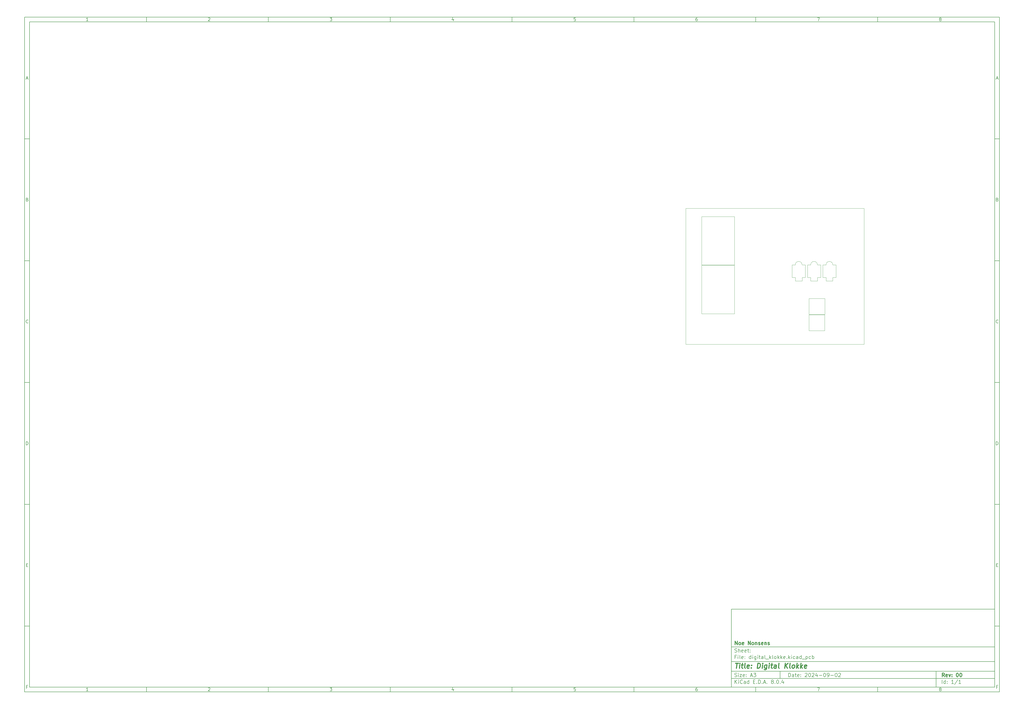
<source format=gbr>
%TF.GenerationSoftware,KiCad,Pcbnew,8.0.4*%
%TF.CreationDate,2024-09-02T20:22:52+02:00*%
%TF.ProjectId,digital_klokke,64696769-7461-46c5-9f6b-6c6f6b6b652e,00*%
%TF.SameCoordinates,PX10c44c20PY899d7e0*%
%TF.FileFunction,Other,User*%
%FSLAX46Y46*%
G04 Gerber Fmt 4.6, Leading zero omitted, Abs format (unit mm)*
G04 Created by KiCad (PCBNEW 8.0.4) date 2024-09-02 20:22:52*
%MOMM*%
%LPD*%
G01*
G04 APERTURE LIST*
%ADD10C,0.100000*%
%ADD11C,0.150000*%
%ADD12C,0.300000*%
%ADD13C,0.400000*%
%ADD14C,0.050000*%
%ADD15C,0.120000*%
%TA.AperFunction,Profile*%
%ADD16C,0.050000*%
%TD*%
G04 APERTURE END LIST*
D10*
D11*
X18689000Y-108702200D02*
X126689000Y-108702200D01*
X126689000Y-140702200D01*
X18689000Y-140702200D01*
X18689000Y-108702200D01*
D10*
D11*
X-271300000Y134300000D02*
X128689000Y134300000D01*
X128689000Y-142702200D01*
X-271300000Y-142702200D01*
X-271300000Y134300000D01*
D10*
D11*
X-269300000Y132300000D02*
X126689000Y132300000D01*
X126689000Y-140702200D01*
X-269300000Y-140702200D01*
X-269300000Y132300000D01*
D10*
D11*
X-221300000Y132300000D02*
X-221300000Y134300000D01*
D10*
D11*
X-171300000Y132300000D02*
X-171300000Y134300000D01*
D10*
D11*
X-121300000Y132300000D02*
X-121300000Y134300000D01*
D10*
D11*
X-71300000Y132300000D02*
X-71300000Y134300000D01*
D10*
D11*
X-21300000Y132300000D02*
X-21300000Y134300000D01*
D10*
D11*
X28700000Y132300000D02*
X28700000Y134300000D01*
D10*
D11*
X78700000Y132300000D02*
X78700000Y134300000D01*
D10*
D11*
X-245210840Y132706396D02*
X-245953697Y132706396D01*
X-245582269Y132706396D02*
X-245582269Y134006396D01*
X-245582269Y134006396D02*
X-245706078Y133820681D01*
X-245706078Y133820681D02*
X-245829888Y133696872D01*
X-245829888Y133696872D02*
X-245953697Y133634967D01*
D10*
D11*
X-195953697Y133882586D02*
X-195891793Y133944491D01*
X-195891793Y133944491D02*
X-195767983Y134006396D01*
X-195767983Y134006396D02*
X-195458459Y134006396D01*
X-195458459Y134006396D02*
X-195334650Y133944491D01*
X-195334650Y133944491D02*
X-195272745Y133882586D01*
X-195272745Y133882586D02*
X-195210840Y133758777D01*
X-195210840Y133758777D02*
X-195210840Y133634967D01*
X-195210840Y133634967D02*
X-195272745Y133449253D01*
X-195272745Y133449253D02*
X-196015602Y132706396D01*
X-196015602Y132706396D02*
X-195210840Y132706396D01*
D10*
D11*
X-146015602Y134006396D02*
X-145210840Y134006396D01*
X-145210840Y134006396D02*
X-145644174Y133511158D01*
X-145644174Y133511158D02*
X-145458459Y133511158D01*
X-145458459Y133511158D02*
X-145334650Y133449253D01*
X-145334650Y133449253D02*
X-145272745Y133387348D01*
X-145272745Y133387348D02*
X-145210840Y133263539D01*
X-145210840Y133263539D02*
X-145210840Y132954015D01*
X-145210840Y132954015D02*
X-145272745Y132830205D01*
X-145272745Y132830205D02*
X-145334650Y132768300D01*
X-145334650Y132768300D02*
X-145458459Y132706396D01*
X-145458459Y132706396D02*
X-145829888Y132706396D01*
X-145829888Y132706396D02*
X-145953697Y132768300D01*
X-145953697Y132768300D02*
X-146015602Y132830205D01*
D10*
D11*
X-95334650Y133573062D02*
X-95334650Y132706396D01*
X-95644174Y134068300D02*
X-95953697Y133139729D01*
X-95953697Y133139729D02*
X-95148936Y133139729D01*
D10*
D11*
X-45272745Y134006396D02*
X-45891793Y134006396D01*
X-45891793Y134006396D02*
X-45953697Y133387348D01*
X-45953697Y133387348D02*
X-45891793Y133449253D01*
X-45891793Y133449253D02*
X-45767983Y133511158D01*
X-45767983Y133511158D02*
X-45458459Y133511158D01*
X-45458459Y133511158D02*
X-45334650Y133449253D01*
X-45334650Y133449253D02*
X-45272745Y133387348D01*
X-45272745Y133387348D02*
X-45210840Y133263539D01*
X-45210840Y133263539D02*
X-45210840Y132954015D01*
X-45210840Y132954015D02*
X-45272745Y132830205D01*
X-45272745Y132830205D02*
X-45334650Y132768300D01*
X-45334650Y132768300D02*
X-45458459Y132706396D01*
X-45458459Y132706396D02*
X-45767983Y132706396D01*
X-45767983Y132706396D02*
X-45891793Y132768300D01*
X-45891793Y132768300D02*
X-45953697Y132830205D01*
D10*
D11*
X4665350Y134006396D02*
X4417731Y134006396D01*
X4417731Y134006396D02*
X4293922Y133944491D01*
X4293922Y133944491D02*
X4232017Y133882586D01*
X4232017Y133882586D02*
X4108207Y133696872D01*
X4108207Y133696872D02*
X4046303Y133449253D01*
X4046303Y133449253D02*
X4046303Y132954015D01*
X4046303Y132954015D02*
X4108207Y132830205D01*
X4108207Y132830205D02*
X4170112Y132768300D01*
X4170112Y132768300D02*
X4293922Y132706396D01*
X4293922Y132706396D02*
X4541541Y132706396D01*
X4541541Y132706396D02*
X4665350Y132768300D01*
X4665350Y132768300D02*
X4727255Y132830205D01*
X4727255Y132830205D02*
X4789160Y132954015D01*
X4789160Y132954015D02*
X4789160Y133263539D01*
X4789160Y133263539D02*
X4727255Y133387348D01*
X4727255Y133387348D02*
X4665350Y133449253D01*
X4665350Y133449253D02*
X4541541Y133511158D01*
X4541541Y133511158D02*
X4293922Y133511158D01*
X4293922Y133511158D02*
X4170112Y133449253D01*
X4170112Y133449253D02*
X4108207Y133387348D01*
X4108207Y133387348D02*
X4046303Y133263539D01*
D10*
D11*
X53984398Y134006396D02*
X54851064Y134006396D01*
X54851064Y134006396D02*
X54293922Y132706396D01*
D10*
D11*
X104293922Y133449253D02*
X104170112Y133511158D01*
X104170112Y133511158D02*
X104108207Y133573062D01*
X104108207Y133573062D02*
X104046303Y133696872D01*
X104046303Y133696872D02*
X104046303Y133758777D01*
X104046303Y133758777D02*
X104108207Y133882586D01*
X104108207Y133882586D02*
X104170112Y133944491D01*
X104170112Y133944491D02*
X104293922Y134006396D01*
X104293922Y134006396D02*
X104541541Y134006396D01*
X104541541Y134006396D02*
X104665350Y133944491D01*
X104665350Y133944491D02*
X104727255Y133882586D01*
X104727255Y133882586D02*
X104789160Y133758777D01*
X104789160Y133758777D02*
X104789160Y133696872D01*
X104789160Y133696872D02*
X104727255Y133573062D01*
X104727255Y133573062D02*
X104665350Y133511158D01*
X104665350Y133511158D02*
X104541541Y133449253D01*
X104541541Y133449253D02*
X104293922Y133449253D01*
X104293922Y133449253D02*
X104170112Y133387348D01*
X104170112Y133387348D02*
X104108207Y133325443D01*
X104108207Y133325443D02*
X104046303Y133201634D01*
X104046303Y133201634D02*
X104046303Y132954015D01*
X104046303Y132954015D02*
X104108207Y132830205D01*
X104108207Y132830205D02*
X104170112Y132768300D01*
X104170112Y132768300D02*
X104293922Y132706396D01*
X104293922Y132706396D02*
X104541541Y132706396D01*
X104541541Y132706396D02*
X104665350Y132768300D01*
X104665350Y132768300D02*
X104727255Y132830205D01*
X104727255Y132830205D02*
X104789160Y132954015D01*
X104789160Y132954015D02*
X104789160Y133201634D01*
X104789160Y133201634D02*
X104727255Y133325443D01*
X104727255Y133325443D02*
X104665350Y133387348D01*
X104665350Y133387348D02*
X104541541Y133449253D01*
D10*
D11*
X-221300000Y-140702200D02*
X-221300000Y-142702200D01*
D10*
D11*
X-171300000Y-140702200D02*
X-171300000Y-142702200D01*
D10*
D11*
X-121300000Y-140702200D02*
X-121300000Y-142702200D01*
D10*
D11*
X-71300000Y-140702200D02*
X-71300000Y-142702200D01*
D10*
D11*
X-21300000Y-140702200D02*
X-21300000Y-142702200D01*
D10*
D11*
X28700000Y-140702200D02*
X28700000Y-142702200D01*
D10*
D11*
X78700000Y-140702200D02*
X78700000Y-142702200D01*
D10*
D11*
X-245210840Y-142295804D02*
X-245953697Y-142295804D01*
X-245582269Y-142295804D02*
X-245582269Y-140995804D01*
X-245582269Y-140995804D02*
X-245706078Y-141181519D01*
X-245706078Y-141181519D02*
X-245829888Y-141305328D01*
X-245829888Y-141305328D02*
X-245953697Y-141367233D01*
D10*
D11*
X-195953697Y-141119614D02*
X-195891793Y-141057709D01*
X-195891793Y-141057709D02*
X-195767983Y-140995804D01*
X-195767983Y-140995804D02*
X-195458459Y-140995804D01*
X-195458459Y-140995804D02*
X-195334650Y-141057709D01*
X-195334650Y-141057709D02*
X-195272745Y-141119614D01*
X-195272745Y-141119614D02*
X-195210840Y-141243423D01*
X-195210840Y-141243423D02*
X-195210840Y-141367233D01*
X-195210840Y-141367233D02*
X-195272745Y-141552947D01*
X-195272745Y-141552947D02*
X-196015602Y-142295804D01*
X-196015602Y-142295804D02*
X-195210840Y-142295804D01*
D10*
D11*
X-146015602Y-140995804D02*
X-145210840Y-140995804D01*
X-145210840Y-140995804D02*
X-145644174Y-141491042D01*
X-145644174Y-141491042D02*
X-145458459Y-141491042D01*
X-145458459Y-141491042D02*
X-145334650Y-141552947D01*
X-145334650Y-141552947D02*
X-145272745Y-141614852D01*
X-145272745Y-141614852D02*
X-145210840Y-141738661D01*
X-145210840Y-141738661D02*
X-145210840Y-142048185D01*
X-145210840Y-142048185D02*
X-145272745Y-142171995D01*
X-145272745Y-142171995D02*
X-145334650Y-142233900D01*
X-145334650Y-142233900D02*
X-145458459Y-142295804D01*
X-145458459Y-142295804D02*
X-145829888Y-142295804D01*
X-145829888Y-142295804D02*
X-145953697Y-142233900D01*
X-145953697Y-142233900D02*
X-146015602Y-142171995D01*
D10*
D11*
X-95334650Y-141429138D02*
X-95334650Y-142295804D01*
X-95644174Y-140933900D02*
X-95953697Y-141862471D01*
X-95953697Y-141862471D02*
X-95148936Y-141862471D01*
D10*
D11*
X-45272745Y-140995804D02*
X-45891793Y-140995804D01*
X-45891793Y-140995804D02*
X-45953697Y-141614852D01*
X-45953697Y-141614852D02*
X-45891793Y-141552947D01*
X-45891793Y-141552947D02*
X-45767983Y-141491042D01*
X-45767983Y-141491042D02*
X-45458459Y-141491042D01*
X-45458459Y-141491042D02*
X-45334650Y-141552947D01*
X-45334650Y-141552947D02*
X-45272745Y-141614852D01*
X-45272745Y-141614852D02*
X-45210840Y-141738661D01*
X-45210840Y-141738661D02*
X-45210840Y-142048185D01*
X-45210840Y-142048185D02*
X-45272745Y-142171995D01*
X-45272745Y-142171995D02*
X-45334650Y-142233900D01*
X-45334650Y-142233900D02*
X-45458459Y-142295804D01*
X-45458459Y-142295804D02*
X-45767983Y-142295804D01*
X-45767983Y-142295804D02*
X-45891793Y-142233900D01*
X-45891793Y-142233900D02*
X-45953697Y-142171995D01*
D10*
D11*
X4665350Y-140995804D02*
X4417731Y-140995804D01*
X4417731Y-140995804D02*
X4293922Y-141057709D01*
X4293922Y-141057709D02*
X4232017Y-141119614D01*
X4232017Y-141119614D02*
X4108207Y-141305328D01*
X4108207Y-141305328D02*
X4046303Y-141552947D01*
X4046303Y-141552947D02*
X4046303Y-142048185D01*
X4046303Y-142048185D02*
X4108207Y-142171995D01*
X4108207Y-142171995D02*
X4170112Y-142233900D01*
X4170112Y-142233900D02*
X4293922Y-142295804D01*
X4293922Y-142295804D02*
X4541541Y-142295804D01*
X4541541Y-142295804D02*
X4665350Y-142233900D01*
X4665350Y-142233900D02*
X4727255Y-142171995D01*
X4727255Y-142171995D02*
X4789160Y-142048185D01*
X4789160Y-142048185D02*
X4789160Y-141738661D01*
X4789160Y-141738661D02*
X4727255Y-141614852D01*
X4727255Y-141614852D02*
X4665350Y-141552947D01*
X4665350Y-141552947D02*
X4541541Y-141491042D01*
X4541541Y-141491042D02*
X4293922Y-141491042D01*
X4293922Y-141491042D02*
X4170112Y-141552947D01*
X4170112Y-141552947D02*
X4108207Y-141614852D01*
X4108207Y-141614852D02*
X4046303Y-141738661D01*
D10*
D11*
X53984398Y-140995804D02*
X54851064Y-140995804D01*
X54851064Y-140995804D02*
X54293922Y-142295804D01*
D10*
D11*
X104293922Y-141552947D02*
X104170112Y-141491042D01*
X104170112Y-141491042D02*
X104108207Y-141429138D01*
X104108207Y-141429138D02*
X104046303Y-141305328D01*
X104046303Y-141305328D02*
X104046303Y-141243423D01*
X104046303Y-141243423D02*
X104108207Y-141119614D01*
X104108207Y-141119614D02*
X104170112Y-141057709D01*
X104170112Y-141057709D02*
X104293922Y-140995804D01*
X104293922Y-140995804D02*
X104541541Y-140995804D01*
X104541541Y-140995804D02*
X104665350Y-141057709D01*
X104665350Y-141057709D02*
X104727255Y-141119614D01*
X104727255Y-141119614D02*
X104789160Y-141243423D01*
X104789160Y-141243423D02*
X104789160Y-141305328D01*
X104789160Y-141305328D02*
X104727255Y-141429138D01*
X104727255Y-141429138D02*
X104665350Y-141491042D01*
X104665350Y-141491042D02*
X104541541Y-141552947D01*
X104541541Y-141552947D02*
X104293922Y-141552947D01*
X104293922Y-141552947D02*
X104170112Y-141614852D01*
X104170112Y-141614852D02*
X104108207Y-141676757D01*
X104108207Y-141676757D02*
X104046303Y-141800566D01*
X104046303Y-141800566D02*
X104046303Y-142048185D01*
X104046303Y-142048185D02*
X104108207Y-142171995D01*
X104108207Y-142171995D02*
X104170112Y-142233900D01*
X104170112Y-142233900D02*
X104293922Y-142295804D01*
X104293922Y-142295804D02*
X104541541Y-142295804D01*
X104541541Y-142295804D02*
X104665350Y-142233900D01*
X104665350Y-142233900D02*
X104727255Y-142171995D01*
X104727255Y-142171995D02*
X104789160Y-142048185D01*
X104789160Y-142048185D02*
X104789160Y-141800566D01*
X104789160Y-141800566D02*
X104727255Y-141676757D01*
X104727255Y-141676757D02*
X104665350Y-141614852D01*
X104665350Y-141614852D02*
X104541541Y-141552947D01*
D10*
D11*
X-271300000Y84300000D02*
X-269300000Y84300000D01*
D10*
D11*
X-271300000Y34300000D02*
X-269300000Y34300000D01*
D10*
D11*
X-271300000Y-15700000D02*
X-269300000Y-15700000D01*
D10*
D11*
X-271300000Y-65700000D02*
X-269300000Y-65700000D01*
D10*
D11*
X-271300000Y-115700000D02*
X-269300000Y-115700000D01*
D10*
D11*
X-270609524Y109077824D02*
X-269990477Y109077824D01*
X-270733334Y108706396D02*
X-270300001Y110006396D01*
X-270300001Y110006396D02*
X-269866667Y108706396D01*
D10*
D11*
X-270207143Y59387348D02*
X-270021429Y59325443D01*
X-270021429Y59325443D02*
X-269959524Y59263539D01*
X-269959524Y59263539D02*
X-269897620Y59139729D01*
X-269897620Y59139729D02*
X-269897620Y58954015D01*
X-269897620Y58954015D02*
X-269959524Y58830205D01*
X-269959524Y58830205D02*
X-270021429Y58768300D01*
X-270021429Y58768300D02*
X-270145239Y58706396D01*
X-270145239Y58706396D02*
X-270640477Y58706396D01*
X-270640477Y58706396D02*
X-270640477Y60006396D01*
X-270640477Y60006396D02*
X-270207143Y60006396D01*
X-270207143Y60006396D02*
X-270083334Y59944491D01*
X-270083334Y59944491D02*
X-270021429Y59882586D01*
X-270021429Y59882586D02*
X-269959524Y59758777D01*
X-269959524Y59758777D02*
X-269959524Y59634967D01*
X-269959524Y59634967D02*
X-270021429Y59511158D01*
X-270021429Y59511158D02*
X-270083334Y59449253D01*
X-270083334Y59449253D02*
X-270207143Y59387348D01*
X-270207143Y59387348D02*
X-270640477Y59387348D01*
D10*
D11*
X-269897620Y8830205D02*
X-269959524Y8768300D01*
X-269959524Y8768300D02*
X-270145239Y8706396D01*
X-270145239Y8706396D02*
X-270269048Y8706396D01*
X-270269048Y8706396D02*
X-270454762Y8768300D01*
X-270454762Y8768300D02*
X-270578572Y8892110D01*
X-270578572Y8892110D02*
X-270640477Y9015920D01*
X-270640477Y9015920D02*
X-270702381Y9263539D01*
X-270702381Y9263539D02*
X-270702381Y9449253D01*
X-270702381Y9449253D02*
X-270640477Y9696872D01*
X-270640477Y9696872D02*
X-270578572Y9820681D01*
X-270578572Y9820681D02*
X-270454762Y9944491D01*
X-270454762Y9944491D02*
X-270269048Y10006396D01*
X-270269048Y10006396D02*
X-270145239Y10006396D01*
X-270145239Y10006396D02*
X-269959524Y9944491D01*
X-269959524Y9944491D02*
X-269897620Y9882586D01*
D10*
D11*
X-270640477Y-41293604D02*
X-270640477Y-39993604D01*
X-270640477Y-39993604D02*
X-270330953Y-39993604D01*
X-270330953Y-39993604D02*
X-270145239Y-40055509D01*
X-270145239Y-40055509D02*
X-270021429Y-40179319D01*
X-270021429Y-40179319D02*
X-269959524Y-40303128D01*
X-269959524Y-40303128D02*
X-269897620Y-40550747D01*
X-269897620Y-40550747D02*
X-269897620Y-40736461D01*
X-269897620Y-40736461D02*
X-269959524Y-40984080D01*
X-269959524Y-40984080D02*
X-270021429Y-41107890D01*
X-270021429Y-41107890D02*
X-270145239Y-41231700D01*
X-270145239Y-41231700D02*
X-270330953Y-41293604D01*
X-270330953Y-41293604D02*
X-270640477Y-41293604D01*
D10*
D11*
X-270578572Y-90612652D02*
X-270145238Y-90612652D01*
X-269959524Y-91293604D02*
X-270578572Y-91293604D01*
X-270578572Y-91293604D02*
X-270578572Y-89993604D01*
X-270578572Y-89993604D02*
X-269959524Y-89993604D01*
D10*
D11*
X-270114286Y-140612652D02*
X-270547620Y-140612652D01*
X-270547620Y-141293604D02*
X-270547620Y-139993604D01*
X-270547620Y-139993604D02*
X-269928572Y-139993604D01*
D10*
D11*
X128689000Y84300000D02*
X126689000Y84300000D01*
D10*
D11*
X128689000Y34300000D02*
X126689000Y34300000D01*
D10*
D11*
X128689000Y-15700000D02*
X126689000Y-15700000D01*
D10*
D11*
X128689000Y-65700000D02*
X126689000Y-65700000D01*
D10*
D11*
X128689000Y-115700000D02*
X126689000Y-115700000D01*
D10*
D11*
X127379476Y109077824D02*
X127998523Y109077824D01*
X127255666Y108706396D02*
X127688999Y110006396D01*
X127688999Y110006396D02*
X128122333Y108706396D01*
D10*
D11*
X127781857Y59387348D02*
X127967571Y59325443D01*
X127967571Y59325443D02*
X128029476Y59263539D01*
X128029476Y59263539D02*
X128091380Y59139729D01*
X128091380Y59139729D02*
X128091380Y58954015D01*
X128091380Y58954015D02*
X128029476Y58830205D01*
X128029476Y58830205D02*
X127967571Y58768300D01*
X127967571Y58768300D02*
X127843761Y58706396D01*
X127843761Y58706396D02*
X127348523Y58706396D01*
X127348523Y58706396D02*
X127348523Y60006396D01*
X127348523Y60006396D02*
X127781857Y60006396D01*
X127781857Y60006396D02*
X127905666Y59944491D01*
X127905666Y59944491D02*
X127967571Y59882586D01*
X127967571Y59882586D02*
X128029476Y59758777D01*
X128029476Y59758777D02*
X128029476Y59634967D01*
X128029476Y59634967D02*
X127967571Y59511158D01*
X127967571Y59511158D02*
X127905666Y59449253D01*
X127905666Y59449253D02*
X127781857Y59387348D01*
X127781857Y59387348D02*
X127348523Y59387348D01*
D10*
D11*
X128091380Y8830205D02*
X128029476Y8768300D01*
X128029476Y8768300D02*
X127843761Y8706396D01*
X127843761Y8706396D02*
X127719952Y8706396D01*
X127719952Y8706396D02*
X127534238Y8768300D01*
X127534238Y8768300D02*
X127410428Y8892110D01*
X127410428Y8892110D02*
X127348523Y9015920D01*
X127348523Y9015920D02*
X127286619Y9263539D01*
X127286619Y9263539D02*
X127286619Y9449253D01*
X127286619Y9449253D02*
X127348523Y9696872D01*
X127348523Y9696872D02*
X127410428Y9820681D01*
X127410428Y9820681D02*
X127534238Y9944491D01*
X127534238Y9944491D02*
X127719952Y10006396D01*
X127719952Y10006396D02*
X127843761Y10006396D01*
X127843761Y10006396D02*
X128029476Y9944491D01*
X128029476Y9944491D02*
X128091380Y9882586D01*
D10*
D11*
X127348523Y-41293604D02*
X127348523Y-39993604D01*
X127348523Y-39993604D02*
X127658047Y-39993604D01*
X127658047Y-39993604D02*
X127843761Y-40055509D01*
X127843761Y-40055509D02*
X127967571Y-40179319D01*
X127967571Y-40179319D02*
X128029476Y-40303128D01*
X128029476Y-40303128D02*
X128091380Y-40550747D01*
X128091380Y-40550747D02*
X128091380Y-40736461D01*
X128091380Y-40736461D02*
X128029476Y-40984080D01*
X128029476Y-40984080D02*
X127967571Y-41107890D01*
X127967571Y-41107890D02*
X127843761Y-41231700D01*
X127843761Y-41231700D02*
X127658047Y-41293604D01*
X127658047Y-41293604D02*
X127348523Y-41293604D01*
D10*
D11*
X127410428Y-90612652D02*
X127843762Y-90612652D01*
X128029476Y-91293604D02*
X127410428Y-91293604D01*
X127410428Y-91293604D02*
X127410428Y-89993604D01*
X127410428Y-89993604D02*
X128029476Y-89993604D01*
D10*
D11*
X127874714Y-140612652D02*
X127441380Y-140612652D01*
X127441380Y-141293604D02*
X127441380Y-139993604D01*
X127441380Y-139993604D02*
X128060428Y-139993604D01*
D10*
D11*
X42144826Y-136488328D02*
X42144826Y-134988328D01*
X42144826Y-134988328D02*
X42501969Y-134988328D01*
X42501969Y-134988328D02*
X42716255Y-135059757D01*
X42716255Y-135059757D02*
X42859112Y-135202614D01*
X42859112Y-135202614D02*
X42930541Y-135345471D01*
X42930541Y-135345471D02*
X43001969Y-135631185D01*
X43001969Y-135631185D02*
X43001969Y-135845471D01*
X43001969Y-135845471D02*
X42930541Y-136131185D01*
X42930541Y-136131185D02*
X42859112Y-136274042D01*
X42859112Y-136274042D02*
X42716255Y-136416900D01*
X42716255Y-136416900D02*
X42501969Y-136488328D01*
X42501969Y-136488328D02*
X42144826Y-136488328D01*
X44287684Y-136488328D02*
X44287684Y-135702614D01*
X44287684Y-135702614D02*
X44216255Y-135559757D01*
X44216255Y-135559757D02*
X44073398Y-135488328D01*
X44073398Y-135488328D02*
X43787684Y-135488328D01*
X43787684Y-135488328D02*
X43644826Y-135559757D01*
X44287684Y-136416900D02*
X44144826Y-136488328D01*
X44144826Y-136488328D02*
X43787684Y-136488328D01*
X43787684Y-136488328D02*
X43644826Y-136416900D01*
X43644826Y-136416900D02*
X43573398Y-136274042D01*
X43573398Y-136274042D02*
X43573398Y-136131185D01*
X43573398Y-136131185D02*
X43644826Y-135988328D01*
X43644826Y-135988328D02*
X43787684Y-135916900D01*
X43787684Y-135916900D02*
X44144826Y-135916900D01*
X44144826Y-135916900D02*
X44287684Y-135845471D01*
X44787684Y-135488328D02*
X45359112Y-135488328D01*
X45001969Y-134988328D02*
X45001969Y-136274042D01*
X45001969Y-136274042D02*
X45073398Y-136416900D01*
X45073398Y-136416900D02*
X45216255Y-136488328D01*
X45216255Y-136488328D02*
X45359112Y-136488328D01*
X46430541Y-136416900D02*
X46287684Y-136488328D01*
X46287684Y-136488328D02*
X46001970Y-136488328D01*
X46001970Y-136488328D02*
X45859112Y-136416900D01*
X45859112Y-136416900D02*
X45787684Y-136274042D01*
X45787684Y-136274042D02*
X45787684Y-135702614D01*
X45787684Y-135702614D02*
X45859112Y-135559757D01*
X45859112Y-135559757D02*
X46001970Y-135488328D01*
X46001970Y-135488328D02*
X46287684Y-135488328D01*
X46287684Y-135488328D02*
X46430541Y-135559757D01*
X46430541Y-135559757D02*
X46501970Y-135702614D01*
X46501970Y-135702614D02*
X46501970Y-135845471D01*
X46501970Y-135845471D02*
X45787684Y-135988328D01*
X47144826Y-136345471D02*
X47216255Y-136416900D01*
X47216255Y-136416900D02*
X47144826Y-136488328D01*
X47144826Y-136488328D02*
X47073398Y-136416900D01*
X47073398Y-136416900D02*
X47144826Y-136345471D01*
X47144826Y-136345471D02*
X47144826Y-136488328D01*
X47144826Y-135559757D02*
X47216255Y-135631185D01*
X47216255Y-135631185D02*
X47144826Y-135702614D01*
X47144826Y-135702614D02*
X47073398Y-135631185D01*
X47073398Y-135631185D02*
X47144826Y-135559757D01*
X47144826Y-135559757D02*
X47144826Y-135702614D01*
X48930541Y-135131185D02*
X49001969Y-135059757D01*
X49001969Y-135059757D02*
X49144827Y-134988328D01*
X49144827Y-134988328D02*
X49501969Y-134988328D01*
X49501969Y-134988328D02*
X49644827Y-135059757D01*
X49644827Y-135059757D02*
X49716255Y-135131185D01*
X49716255Y-135131185D02*
X49787684Y-135274042D01*
X49787684Y-135274042D02*
X49787684Y-135416900D01*
X49787684Y-135416900D02*
X49716255Y-135631185D01*
X49716255Y-135631185D02*
X48859112Y-136488328D01*
X48859112Y-136488328D02*
X49787684Y-136488328D01*
X50716255Y-134988328D02*
X50859112Y-134988328D01*
X50859112Y-134988328D02*
X51001969Y-135059757D01*
X51001969Y-135059757D02*
X51073398Y-135131185D01*
X51073398Y-135131185D02*
X51144826Y-135274042D01*
X51144826Y-135274042D02*
X51216255Y-135559757D01*
X51216255Y-135559757D02*
X51216255Y-135916900D01*
X51216255Y-135916900D02*
X51144826Y-136202614D01*
X51144826Y-136202614D02*
X51073398Y-136345471D01*
X51073398Y-136345471D02*
X51001969Y-136416900D01*
X51001969Y-136416900D02*
X50859112Y-136488328D01*
X50859112Y-136488328D02*
X50716255Y-136488328D01*
X50716255Y-136488328D02*
X50573398Y-136416900D01*
X50573398Y-136416900D02*
X50501969Y-136345471D01*
X50501969Y-136345471D02*
X50430540Y-136202614D01*
X50430540Y-136202614D02*
X50359112Y-135916900D01*
X50359112Y-135916900D02*
X50359112Y-135559757D01*
X50359112Y-135559757D02*
X50430540Y-135274042D01*
X50430540Y-135274042D02*
X50501969Y-135131185D01*
X50501969Y-135131185D02*
X50573398Y-135059757D01*
X50573398Y-135059757D02*
X50716255Y-134988328D01*
X51787683Y-135131185D02*
X51859111Y-135059757D01*
X51859111Y-135059757D02*
X52001969Y-134988328D01*
X52001969Y-134988328D02*
X52359111Y-134988328D01*
X52359111Y-134988328D02*
X52501969Y-135059757D01*
X52501969Y-135059757D02*
X52573397Y-135131185D01*
X52573397Y-135131185D02*
X52644826Y-135274042D01*
X52644826Y-135274042D02*
X52644826Y-135416900D01*
X52644826Y-135416900D02*
X52573397Y-135631185D01*
X52573397Y-135631185D02*
X51716254Y-136488328D01*
X51716254Y-136488328D02*
X52644826Y-136488328D01*
X53930540Y-135488328D02*
X53930540Y-136488328D01*
X53573397Y-134916900D02*
X53216254Y-135988328D01*
X53216254Y-135988328D02*
X54144825Y-135988328D01*
X54716253Y-135916900D02*
X55859111Y-135916900D01*
X56859111Y-134988328D02*
X57001968Y-134988328D01*
X57001968Y-134988328D02*
X57144825Y-135059757D01*
X57144825Y-135059757D02*
X57216254Y-135131185D01*
X57216254Y-135131185D02*
X57287682Y-135274042D01*
X57287682Y-135274042D02*
X57359111Y-135559757D01*
X57359111Y-135559757D02*
X57359111Y-135916900D01*
X57359111Y-135916900D02*
X57287682Y-136202614D01*
X57287682Y-136202614D02*
X57216254Y-136345471D01*
X57216254Y-136345471D02*
X57144825Y-136416900D01*
X57144825Y-136416900D02*
X57001968Y-136488328D01*
X57001968Y-136488328D02*
X56859111Y-136488328D01*
X56859111Y-136488328D02*
X56716254Y-136416900D01*
X56716254Y-136416900D02*
X56644825Y-136345471D01*
X56644825Y-136345471D02*
X56573396Y-136202614D01*
X56573396Y-136202614D02*
X56501968Y-135916900D01*
X56501968Y-135916900D02*
X56501968Y-135559757D01*
X56501968Y-135559757D02*
X56573396Y-135274042D01*
X56573396Y-135274042D02*
X56644825Y-135131185D01*
X56644825Y-135131185D02*
X56716254Y-135059757D01*
X56716254Y-135059757D02*
X56859111Y-134988328D01*
X58073396Y-136488328D02*
X58359110Y-136488328D01*
X58359110Y-136488328D02*
X58501967Y-136416900D01*
X58501967Y-136416900D02*
X58573396Y-136345471D01*
X58573396Y-136345471D02*
X58716253Y-136131185D01*
X58716253Y-136131185D02*
X58787682Y-135845471D01*
X58787682Y-135845471D02*
X58787682Y-135274042D01*
X58787682Y-135274042D02*
X58716253Y-135131185D01*
X58716253Y-135131185D02*
X58644825Y-135059757D01*
X58644825Y-135059757D02*
X58501967Y-134988328D01*
X58501967Y-134988328D02*
X58216253Y-134988328D01*
X58216253Y-134988328D02*
X58073396Y-135059757D01*
X58073396Y-135059757D02*
X58001967Y-135131185D01*
X58001967Y-135131185D02*
X57930539Y-135274042D01*
X57930539Y-135274042D02*
X57930539Y-135631185D01*
X57930539Y-135631185D02*
X58001967Y-135774042D01*
X58001967Y-135774042D02*
X58073396Y-135845471D01*
X58073396Y-135845471D02*
X58216253Y-135916900D01*
X58216253Y-135916900D02*
X58501967Y-135916900D01*
X58501967Y-135916900D02*
X58644825Y-135845471D01*
X58644825Y-135845471D02*
X58716253Y-135774042D01*
X58716253Y-135774042D02*
X58787682Y-135631185D01*
X59430538Y-135916900D02*
X60573396Y-135916900D01*
X61573396Y-134988328D02*
X61716253Y-134988328D01*
X61716253Y-134988328D02*
X61859110Y-135059757D01*
X61859110Y-135059757D02*
X61930539Y-135131185D01*
X61930539Y-135131185D02*
X62001967Y-135274042D01*
X62001967Y-135274042D02*
X62073396Y-135559757D01*
X62073396Y-135559757D02*
X62073396Y-135916900D01*
X62073396Y-135916900D02*
X62001967Y-136202614D01*
X62001967Y-136202614D02*
X61930539Y-136345471D01*
X61930539Y-136345471D02*
X61859110Y-136416900D01*
X61859110Y-136416900D02*
X61716253Y-136488328D01*
X61716253Y-136488328D02*
X61573396Y-136488328D01*
X61573396Y-136488328D02*
X61430539Y-136416900D01*
X61430539Y-136416900D02*
X61359110Y-136345471D01*
X61359110Y-136345471D02*
X61287681Y-136202614D01*
X61287681Y-136202614D02*
X61216253Y-135916900D01*
X61216253Y-135916900D02*
X61216253Y-135559757D01*
X61216253Y-135559757D02*
X61287681Y-135274042D01*
X61287681Y-135274042D02*
X61359110Y-135131185D01*
X61359110Y-135131185D02*
X61430539Y-135059757D01*
X61430539Y-135059757D02*
X61573396Y-134988328D01*
X62644824Y-135131185D02*
X62716252Y-135059757D01*
X62716252Y-135059757D02*
X62859110Y-134988328D01*
X62859110Y-134988328D02*
X63216252Y-134988328D01*
X63216252Y-134988328D02*
X63359110Y-135059757D01*
X63359110Y-135059757D02*
X63430538Y-135131185D01*
X63430538Y-135131185D02*
X63501967Y-135274042D01*
X63501967Y-135274042D02*
X63501967Y-135416900D01*
X63501967Y-135416900D02*
X63430538Y-135631185D01*
X63430538Y-135631185D02*
X62573395Y-136488328D01*
X62573395Y-136488328D02*
X63501967Y-136488328D01*
D10*
D11*
X18689000Y-137202200D02*
X126689000Y-137202200D01*
D10*
D11*
X20144826Y-139288328D02*
X20144826Y-137788328D01*
X21001969Y-139288328D02*
X20359112Y-138431185D01*
X21001969Y-137788328D02*
X20144826Y-138645471D01*
X21644826Y-139288328D02*
X21644826Y-138288328D01*
X21644826Y-137788328D02*
X21573398Y-137859757D01*
X21573398Y-137859757D02*
X21644826Y-137931185D01*
X21644826Y-137931185D02*
X21716255Y-137859757D01*
X21716255Y-137859757D02*
X21644826Y-137788328D01*
X21644826Y-137788328D02*
X21644826Y-137931185D01*
X23216255Y-139145471D02*
X23144827Y-139216900D01*
X23144827Y-139216900D02*
X22930541Y-139288328D01*
X22930541Y-139288328D02*
X22787684Y-139288328D01*
X22787684Y-139288328D02*
X22573398Y-139216900D01*
X22573398Y-139216900D02*
X22430541Y-139074042D01*
X22430541Y-139074042D02*
X22359112Y-138931185D01*
X22359112Y-138931185D02*
X22287684Y-138645471D01*
X22287684Y-138645471D02*
X22287684Y-138431185D01*
X22287684Y-138431185D02*
X22359112Y-138145471D01*
X22359112Y-138145471D02*
X22430541Y-138002614D01*
X22430541Y-138002614D02*
X22573398Y-137859757D01*
X22573398Y-137859757D02*
X22787684Y-137788328D01*
X22787684Y-137788328D02*
X22930541Y-137788328D01*
X22930541Y-137788328D02*
X23144827Y-137859757D01*
X23144827Y-137859757D02*
X23216255Y-137931185D01*
X24501970Y-139288328D02*
X24501970Y-138502614D01*
X24501970Y-138502614D02*
X24430541Y-138359757D01*
X24430541Y-138359757D02*
X24287684Y-138288328D01*
X24287684Y-138288328D02*
X24001970Y-138288328D01*
X24001970Y-138288328D02*
X23859112Y-138359757D01*
X24501970Y-139216900D02*
X24359112Y-139288328D01*
X24359112Y-139288328D02*
X24001970Y-139288328D01*
X24001970Y-139288328D02*
X23859112Y-139216900D01*
X23859112Y-139216900D02*
X23787684Y-139074042D01*
X23787684Y-139074042D02*
X23787684Y-138931185D01*
X23787684Y-138931185D02*
X23859112Y-138788328D01*
X23859112Y-138788328D02*
X24001970Y-138716900D01*
X24001970Y-138716900D02*
X24359112Y-138716900D01*
X24359112Y-138716900D02*
X24501970Y-138645471D01*
X25859113Y-139288328D02*
X25859113Y-137788328D01*
X25859113Y-139216900D02*
X25716255Y-139288328D01*
X25716255Y-139288328D02*
X25430541Y-139288328D01*
X25430541Y-139288328D02*
X25287684Y-139216900D01*
X25287684Y-139216900D02*
X25216255Y-139145471D01*
X25216255Y-139145471D02*
X25144827Y-139002614D01*
X25144827Y-139002614D02*
X25144827Y-138574042D01*
X25144827Y-138574042D02*
X25216255Y-138431185D01*
X25216255Y-138431185D02*
X25287684Y-138359757D01*
X25287684Y-138359757D02*
X25430541Y-138288328D01*
X25430541Y-138288328D02*
X25716255Y-138288328D01*
X25716255Y-138288328D02*
X25859113Y-138359757D01*
X27716255Y-138502614D02*
X28216255Y-138502614D01*
X28430541Y-139288328D02*
X27716255Y-139288328D01*
X27716255Y-139288328D02*
X27716255Y-137788328D01*
X27716255Y-137788328D02*
X28430541Y-137788328D01*
X29073398Y-139145471D02*
X29144827Y-139216900D01*
X29144827Y-139216900D02*
X29073398Y-139288328D01*
X29073398Y-139288328D02*
X29001970Y-139216900D01*
X29001970Y-139216900D02*
X29073398Y-139145471D01*
X29073398Y-139145471D02*
X29073398Y-139288328D01*
X29787684Y-139288328D02*
X29787684Y-137788328D01*
X29787684Y-137788328D02*
X30144827Y-137788328D01*
X30144827Y-137788328D02*
X30359113Y-137859757D01*
X30359113Y-137859757D02*
X30501970Y-138002614D01*
X30501970Y-138002614D02*
X30573399Y-138145471D01*
X30573399Y-138145471D02*
X30644827Y-138431185D01*
X30644827Y-138431185D02*
X30644827Y-138645471D01*
X30644827Y-138645471D02*
X30573399Y-138931185D01*
X30573399Y-138931185D02*
X30501970Y-139074042D01*
X30501970Y-139074042D02*
X30359113Y-139216900D01*
X30359113Y-139216900D02*
X30144827Y-139288328D01*
X30144827Y-139288328D02*
X29787684Y-139288328D01*
X31287684Y-139145471D02*
X31359113Y-139216900D01*
X31359113Y-139216900D02*
X31287684Y-139288328D01*
X31287684Y-139288328D02*
X31216256Y-139216900D01*
X31216256Y-139216900D02*
X31287684Y-139145471D01*
X31287684Y-139145471D02*
X31287684Y-139288328D01*
X31930542Y-138859757D02*
X32644828Y-138859757D01*
X31787685Y-139288328D02*
X32287685Y-137788328D01*
X32287685Y-137788328D02*
X32787685Y-139288328D01*
X33287684Y-139145471D02*
X33359113Y-139216900D01*
X33359113Y-139216900D02*
X33287684Y-139288328D01*
X33287684Y-139288328D02*
X33216256Y-139216900D01*
X33216256Y-139216900D02*
X33287684Y-139145471D01*
X33287684Y-139145471D02*
X33287684Y-139288328D01*
X35359113Y-138431185D02*
X35216256Y-138359757D01*
X35216256Y-138359757D02*
X35144827Y-138288328D01*
X35144827Y-138288328D02*
X35073399Y-138145471D01*
X35073399Y-138145471D02*
X35073399Y-138074042D01*
X35073399Y-138074042D02*
X35144827Y-137931185D01*
X35144827Y-137931185D02*
X35216256Y-137859757D01*
X35216256Y-137859757D02*
X35359113Y-137788328D01*
X35359113Y-137788328D02*
X35644827Y-137788328D01*
X35644827Y-137788328D02*
X35787685Y-137859757D01*
X35787685Y-137859757D02*
X35859113Y-137931185D01*
X35859113Y-137931185D02*
X35930542Y-138074042D01*
X35930542Y-138074042D02*
X35930542Y-138145471D01*
X35930542Y-138145471D02*
X35859113Y-138288328D01*
X35859113Y-138288328D02*
X35787685Y-138359757D01*
X35787685Y-138359757D02*
X35644827Y-138431185D01*
X35644827Y-138431185D02*
X35359113Y-138431185D01*
X35359113Y-138431185D02*
X35216256Y-138502614D01*
X35216256Y-138502614D02*
X35144827Y-138574042D01*
X35144827Y-138574042D02*
X35073399Y-138716900D01*
X35073399Y-138716900D02*
X35073399Y-139002614D01*
X35073399Y-139002614D02*
X35144827Y-139145471D01*
X35144827Y-139145471D02*
X35216256Y-139216900D01*
X35216256Y-139216900D02*
X35359113Y-139288328D01*
X35359113Y-139288328D02*
X35644827Y-139288328D01*
X35644827Y-139288328D02*
X35787685Y-139216900D01*
X35787685Y-139216900D02*
X35859113Y-139145471D01*
X35859113Y-139145471D02*
X35930542Y-139002614D01*
X35930542Y-139002614D02*
X35930542Y-138716900D01*
X35930542Y-138716900D02*
X35859113Y-138574042D01*
X35859113Y-138574042D02*
X35787685Y-138502614D01*
X35787685Y-138502614D02*
X35644827Y-138431185D01*
X36573398Y-139145471D02*
X36644827Y-139216900D01*
X36644827Y-139216900D02*
X36573398Y-139288328D01*
X36573398Y-139288328D02*
X36501970Y-139216900D01*
X36501970Y-139216900D02*
X36573398Y-139145471D01*
X36573398Y-139145471D02*
X36573398Y-139288328D01*
X37573399Y-137788328D02*
X37716256Y-137788328D01*
X37716256Y-137788328D02*
X37859113Y-137859757D01*
X37859113Y-137859757D02*
X37930542Y-137931185D01*
X37930542Y-137931185D02*
X38001970Y-138074042D01*
X38001970Y-138074042D02*
X38073399Y-138359757D01*
X38073399Y-138359757D02*
X38073399Y-138716900D01*
X38073399Y-138716900D02*
X38001970Y-139002614D01*
X38001970Y-139002614D02*
X37930542Y-139145471D01*
X37930542Y-139145471D02*
X37859113Y-139216900D01*
X37859113Y-139216900D02*
X37716256Y-139288328D01*
X37716256Y-139288328D02*
X37573399Y-139288328D01*
X37573399Y-139288328D02*
X37430542Y-139216900D01*
X37430542Y-139216900D02*
X37359113Y-139145471D01*
X37359113Y-139145471D02*
X37287684Y-139002614D01*
X37287684Y-139002614D02*
X37216256Y-138716900D01*
X37216256Y-138716900D02*
X37216256Y-138359757D01*
X37216256Y-138359757D02*
X37287684Y-138074042D01*
X37287684Y-138074042D02*
X37359113Y-137931185D01*
X37359113Y-137931185D02*
X37430542Y-137859757D01*
X37430542Y-137859757D02*
X37573399Y-137788328D01*
X38716255Y-139145471D02*
X38787684Y-139216900D01*
X38787684Y-139216900D02*
X38716255Y-139288328D01*
X38716255Y-139288328D02*
X38644827Y-139216900D01*
X38644827Y-139216900D02*
X38716255Y-139145471D01*
X38716255Y-139145471D02*
X38716255Y-139288328D01*
X40073399Y-138288328D02*
X40073399Y-139288328D01*
X39716256Y-137716900D02*
X39359113Y-138788328D01*
X39359113Y-138788328D02*
X40287684Y-138788328D01*
D10*
D11*
X18689000Y-134202200D02*
X126689000Y-134202200D01*
D10*
D12*
X106100653Y-136480528D02*
X105600653Y-135766242D01*
X105243510Y-136480528D02*
X105243510Y-134980528D01*
X105243510Y-134980528D02*
X105814939Y-134980528D01*
X105814939Y-134980528D02*
X105957796Y-135051957D01*
X105957796Y-135051957D02*
X106029225Y-135123385D01*
X106029225Y-135123385D02*
X106100653Y-135266242D01*
X106100653Y-135266242D02*
X106100653Y-135480528D01*
X106100653Y-135480528D02*
X106029225Y-135623385D01*
X106029225Y-135623385D02*
X105957796Y-135694814D01*
X105957796Y-135694814D02*
X105814939Y-135766242D01*
X105814939Y-135766242D02*
X105243510Y-135766242D01*
X107314939Y-136409100D02*
X107172082Y-136480528D01*
X107172082Y-136480528D02*
X106886368Y-136480528D01*
X106886368Y-136480528D02*
X106743510Y-136409100D01*
X106743510Y-136409100D02*
X106672082Y-136266242D01*
X106672082Y-136266242D02*
X106672082Y-135694814D01*
X106672082Y-135694814D02*
X106743510Y-135551957D01*
X106743510Y-135551957D02*
X106886368Y-135480528D01*
X106886368Y-135480528D02*
X107172082Y-135480528D01*
X107172082Y-135480528D02*
X107314939Y-135551957D01*
X107314939Y-135551957D02*
X107386368Y-135694814D01*
X107386368Y-135694814D02*
X107386368Y-135837671D01*
X107386368Y-135837671D02*
X106672082Y-135980528D01*
X107886367Y-135480528D02*
X108243510Y-136480528D01*
X108243510Y-136480528D02*
X108600653Y-135480528D01*
X109172081Y-136337671D02*
X109243510Y-136409100D01*
X109243510Y-136409100D02*
X109172081Y-136480528D01*
X109172081Y-136480528D02*
X109100653Y-136409100D01*
X109100653Y-136409100D02*
X109172081Y-136337671D01*
X109172081Y-136337671D02*
X109172081Y-136480528D01*
X109172081Y-135551957D02*
X109243510Y-135623385D01*
X109243510Y-135623385D02*
X109172081Y-135694814D01*
X109172081Y-135694814D02*
X109100653Y-135623385D01*
X109100653Y-135623385D02*
X109172081Y-135551957D01*
X109172081Y-135551957D02*
X109172081Y-135694814D01*
X111314939Y-134980528D02*
X111457796Y-134980528D01*
X111457796Y-134980528D02*
X111600653Y-135051957D01*
X111600653Y-135051957D02*
X111672082Y-135123385D01*
X111672082Y-135123385D02*
X111743510Y-135266242D01*
X111743510Y-135266242D02*
X111814939Y-135551957D01*
X111814939Y-135551957D02*
X111814939Y-135909100D01*
X111814939Y-135909100D02*
X111743510Y-136194814D01*
X111743510Y-136194814D02*
X111672082Y-136337671D01*
X111672082Y-136337671D02*
X111600653Y-136409100D01*
X111600653Y-136409100D02*
X111457796Y-136480528D01*
X111457796Y-136480528D02*
X111314939Y-136480528D01*
X111314939Y-136480528D02*
X111172082Y-136409100D01*
X111172082Y-136409100D02*
X111100653Y-136337671D01*
X111100653Y-136337671D02*
X111029224Y-136194814D01*
X111029224Y-136194814D02*
X110957796Y-135909100D01*
X110957796Y-135909100D02*
X110957796Y-135551957D01*
X110957796Y-135551957D02*
X111029224Y-135266242D01*
X111029224Y-135266242D02*
X111100653Y-135123385D01*
X111100653Y-135123385D02*
X111172082Y-135051957D01*
X111172082Y-135051957D02*
X111314939Y-134980528D01*
X112743510Y-134980528D02*
X112886367Y-134980528D01*
X112886367Y-134980528D02*
X113029224Y-135051957D01*
X113029224Y-135051957D02*
X113100653Y-135123385D01*
X113100653Y-135123385D02*
X113172081Y-135266242D01*
X113172081Y-135266242D02*
X113243510Y-135551957D01*
X113243510Y-135551957D02*
X113243510Y-135909100D01*
X113243510Y-135909100D02*
X113172081Y-136194814D01*
X113172081Y-136194814D02*
X113100653Y-136337671D01*
X113100653Y-136337671D02*
X113029224Y-136409100D01*
X113029224Y-136409100D02*
X112886367Y-136480528D01*
X112886367Y-136480528D02*
X112743510Y-136480528D01*
X112743510Y-136480528D02*
X112600653Y-136409100D01*
X112600653Y-136409100D02*
X112529224Y-136337671D01*
X112529224Y-136337671D02*
X112457795Y-136194814D01*
X112457795Y-136194814D02*
X112386367Y-135909100D01*
X112386367Y-135909100D02*
X112386367Y-135551957D01*
X112386367Y-135551957D02*
X112457795Y-135266242D01*
X112457795Y-135266242D02*
X112529224Y-135123385D01*
X112529224Y-135123385D02*
X112600653Y-135051957D01*
X112600653Y-135051957D02*
X112743510Y-134980528D01*
D10*
D11*
X20073398Y-136416900D02*
X20287684Y-136488328D01*
X20287684Y-136488328D02*
X20644826Y-136488328D01*
X20644826Y-136488328D02*
X20787684Y-136416900D01*
X20787684Y-136416900D02*
X20859112Y-136345471D01*
X20859112Y-136345471D02*
X20930541Y-136202614D01*
X20930541Y-136202614D02*
X20930541Y-136059757D01*
X20930541Y-136059757D02*
X20859112Y-135916900D01*
X20859112Y-135916900D02*
X20787684Y-135845471D01*
X20787684Y-135845471D02*
X20644826Y-135774042D01*
X20644826Y-135774042D02*
X20359112Y-135702614D01*
X20359112Y-135702614D02*
X20216255Y-135631185D01*
X20216255Y-135631185D02*
X20144826Y-135559757D01*
X20144826Y-135559757D02*
X20073398Y-135416900D01*
X20073398Y-135416900D02*
X20073398Y-135274042D01*
X20073398Y-135274042D02*
X20144826Y-135131185D01*
X20144826Y-135131185D02*
X20216255Y-135059757D01*
X20216255Y-135059757D02*
X20359112Y-134988328D01*
X20359112Y-134988328D02*
X20716255Y-134988328D01*
X20716255Y-134988328D02*
X20930541Y-135059757D01*
X21573397Y-136488328D02*
X21573397Y-135488328D01*
X21573397Y-134988328D02*
X21501969Y-135059757D01*
X21501969Y-135059757D02*
X21573397Y-135131185D01*
X21573397Y-135131185D02*
X21644826Y-135059757D01*
X21644826Y-135059757D02*
X21573397Y-134988328D01*
X21573397Y-134988328D02*
X21573397Y-135131185D01*
X22144826Y-135488328D02*
X22930541Y-135488328D01*
X22930541Y-135488328D02*
X22144826Y-136488328D01*
X22144826Y-136488328D02*
X22930541Y-136488328D01*
X24073398Y-136416900D02*
X23930541Y-136488328D01*
X23930541Y-136488328D02*
X23644827Y-136488328D01*
X23644827Y-136488328D02*
X23501969Y-136416900D01*
X23501969Y-136416900D02*
X23430541Y-136274042D01*
X23430541Y-136274042D02*
X23430541Y-135702614D01*
X23430541Y-135702614D02*
X23501969Y-135559757D01*
X23501969Y-135559757D02*
X23644827Y-135488328D01*
X23644827Y-135488328D02*
X23930541Y-135488328D01*
X23930541Y-135488328D02*
X24073398Y-135559757D01*
X24073398Y-135559757D02*
X24144827Y-135702614D01*
X24144827Y-135702614D02*
X24144827Y-135845471D01*
X24144827Y-135845471D02*
X23430541Y-135988328D01*
X24787683Y-136345471D02*
X24859112Y-136416900D01*
X24859112Y-136416900D02*
X24787683Y-136488328D01*
X24787683Y-136488328D02*
X24716255Y-136416900D01*
X24716255Y-136416900D02*
X24787683Y-136345471D01*
X24787683Y-136345471D02*
X24787683Y-136488328D01*
X24787683Y-135559757D02*
X24859112Y-135631185D01*
X24859112Y-135631185D02*
X24787683Y-135702614D01*
X24787683Y-135702614D02*
X24716255Y-135631185D01*
X24716255Y-135631185D02*
X24787683Y-135559757D01*
X24787683Y-135559757D02*
X24787683Y-135702614D01*
X26573398Y-136059757D02*
X27287684Y-136059757D01*
X26430541Y-136488328D02*
X26930541Y-134988328D01*
X26930541Y-134988328D02*
X27430541Y-136488328D01*
X27787683Y-134988328D02*
X28716255Y-134988328D01*
X28716255Y-134988328D02*
X28216255Y-135559757D01*
X28216255Y-135559757D02*
X28430540Y-135559757D01*
X28430540Y-135559757D02*
X28573398Y-135631185D01*
X28573398Y-135631185D02*
X28644826Y-135702614D01*
X28644826Y-135702614D02*
X28716255Y-135845471D01*
X28716255Y-135845471D02*
X28716255Y-136202614D01*
X28716255Y-136202614D02*
X28644826Y-136345471D01*
X28644826Y-136345471D02*
X28573398Y-136416900D01*
X28573398Y-136416900D02*
X28430540Y-136488328D01*
X28430540Y-136488328D02*
X28001969Y-136488328D01*
X28001969Y-136488328D02*
X27859112Y-136416900D01*
X27859112Y-136416900D02*
X27787683Y-136345471D01*
D10*
D11*
X105144826Y-139288328D02*
X105144826Y-137788328D01*
X106501970Y-139288328D02*
X106501970Y-137788328D01*
X106501970Y-139216900D02*
X106359112Y-139288328D01*
X106359112Y-139288328D02*
X106073398Y-139288328D01*
X106073398Y-139288328D02*
X105930541Y-139216900D01*
X105930541Y-139216900D02*
X105859112Y-139145471D01*
X105859112Y-139145471D02*
X105787684Y-139002614D01*
X105787684Y-139002614D02*
X105787684Y-138574042D01*
X105787684Y-138574042D02*
X105859112Y-138431185D01*
X105859112Y-138431185D02*
X105930541Y-138359757D01*
X105930541Y-138359757D02*
X106073398Y-138288328D01*
X106073398Y-138288328D02*
X106359112Y-138288328D01*
X106359112Y-138288328D02*
X106501970Y-138359757D01*
X107216255Y-139145471D02*
X107287684Y-139216900D01*
X107287684Y-139216900D02*
X107216255Y-139288328D01*
X107216255Y-139288328D02*
X107144827Y-139216900D01*
X107144827Y-139216900D02*
X107216255Y-139145471D01*
X107216255Y-139145471D02*
X107216255Y-139288328D01*
X107216255Y-138359757D02*
X107287684Y-138431185D01*
X107287684Y-138431185D02*
X107216255Y-138502614D01*
X107216255Y-138502614D02*
X107144827Y-138431185D01*
X107144827Y-138431185D02*
X107216255Y-138359757D01*
X107216255Y-138359757D02*
X107216255Y-138502614D01*
X109859113Y-139288328D02*
X109001970Y-139288328D01*
X109430541Y-139288328D02*
X109430541Y-137788328D01*
X109430541Y-137788328D02*
X109287684Y-138002614D01*
X109287684Y-138002614D02*
X109144827Y-138145471D01*
X109144827Y-138145471D02*
X109001970Y-138216900D01*
X111573398Y-137716900D02*
X110287684Y-139645471D01*
X112859113Y-139288328D02*
X112001970Y-139288328D01*
X112430541Y-139288328D02*
X112430541Y-137788328D01*
X112430541Y-137788328D02*
X112287684Y-138002614D01*
X112287684Y-138002614D02*
X112144827Y-138145471D01*
X112144827Y-138145471D02*
X112001970Y-138216900D01*
D10*
D11*
X18689000Y-130202200D02*
X126689000Y-130202200D01*
D10*
D13*
X20380728Y-130906638D02*
X21523585Y-130906638D01*
X20702157Y-132906638D02*
X20952157Y-130906638D01*
X21940252Y-132906638D02*
X22106919Y-131573304D01*
X22190252Y-130906638D02*
X22083109Y-131001876D01*
X22083109Y-131001876D02*
X22166443Y-131097114D01*
X22166443Y-131097114D02*
X22273586Y-131001876D01*
X22273586Y-131001876D02*
X22190252Y-130906638D01*
X22190252Y-130906638D02*
X22166443Y-131097114D01*
X22773586Y-131573304D02*
X23535490Y-131573304D01*
X23142633Y-130906638D02*
X22928348Y-132620923D01*
X22928348Y-132620923D02*
X22999776Y-132811400D01*
X22999776Y-132811400D02*
X23178348Y-132906638D01*
X23178348Y-132906638D02*
X23368824Y-132906638D01*
X24321205Y-132906638D02*
X24142633Y-132811400D01*
X24142633Y-132811400D02*
X24071205Y-132620923D01*
X24071205Y-132620923D02*
X24285490Y-130906638D01*
X25856919Y-132811400D02*
X25654538Y-132906638D01*
X25654538Y-132906638D02*
X25273585Y-132906638D01*
X25273585Y-132906638D02*
X25095014Y-132811400D01*
X25095014Y-132811400D02*
X25023585Y-132620923D01*
X25023585Y-132620923D02*
X25118824Y-131859019D01*
X25118824Y-131859019D02*
X25237871Y-131668542D01*
X25237871Y-131668542D02*
X25440252Y-131573304D01*
X25440252Y-131573304D02*
X25821204Y-131573304D01*
X25821204Y-131573304D02*
X25999776Y-131668542D01*
X25999776Y-131668542D02*
X26071204Y-131859019D01*
X26071204Y-131859019D02*
X26047395Y-132049495D01*
X26047395Y-132049495D02*
X25071204Y-132239971D01*
X26821205Y-132716161D02*
X26904538Y-132811400D01*
X26904538Y-132811400D02*
X26797395Y-132906638D01*
X26797395Y-132906638D02*
X26714062Y-132811400D01*
X26714062Y-132811400D02*
X26821205Y-132716161D01*
X26821205Y-132716161D02*
X26797395Y-132906638D01*
X26952157Y-131668542D02*
X27035490Y-131763780D01*
X27035490Y-131763780D02*
X26928348Y-131859019D01*
X26928348Y-131859019D02*
X26845014Y-131763780D01*
X26845014Y-131763780D02*
X26952157Y-131668542D01*
X26952157Y-131668542D02*
X26928348Y-131859019D01*
X29273586Y-132906638D02*
X29523586Y-130906638D01*
X29523586Y-130906638D02*
X29999777Y-130906638D01*
X29999777Y-130906638D02*
X30273586Y-131001876D01*
X30273586Y-131001876D02*
X30440253Y-131192352D01*
X30440253Y-131192352D02*
X30511681Y-131382828D01*
X30511681Y-131382828D02*
X30559301Y-131763780D01*
X30559301Y-131763780D02*
X30523586Y-132049495D01*
X30523586Y-132049495D02*
X30380729Y-132430447D01*
X30380729Y-132430447D02*
X30261681Y-132620923D01*
X30261681Y-132620923D02*
X30047396Y-132811400D01*
X30047396Y-132811400D02*
X29749777Y-132906638D01*
X29749777Y-132906638D02*
X29273586Y-132906638D01*
X31273586Y-132906638D02*
X31440253Y-131573304D01*
X31523586Y-130906638D02*
X31416443Y-131001876D01*
X31416443Y-131001876D02*
X31499777Y-131097114D01*
X31499777Y-131097114D02*
X31606920Y-131001876D01*
X31606920Y-131001876D02*
X31523586Y-130906638D01*
X31523586Y-130906638D02*
X31499777Y-131097114D01*
X33249777Y-131573304D02*
X33047396Y-133192352D01*
X33047396Y-133192352D02*
X32928348Y-133382828D01*
X32928348Y-133382828D02*
X32821205Y-133478066D01*
X32821205Y-133478066D02*
X32618824Y-133573304D01*
X32618824Y-133573304D02*
X32333110Y-133573304D01*
X32333110Y-133573304D02*
X32154539Y-133478066D01*
X33095015Y-132811400D02*
X32892634Y-132906638D01*
X32892634Y-132906638D02*
X32511682Y-132906638D01*
X32511682Y-132906638D02*
X32333110Y-132811400D01*
X32333110Y-132811400D02*
X32249777Y-132716161D01*
X32249777Y-132716161D02*
X32178348Y-132525685D01*
X32178348Y-132525685D02*
X32249777Y-131954257D01*
X32249777Y-131954257D02*
X32368824Y-131763780D01*
X32368824Y-131763780D02*
X32475967Y-131668542D01*
X32475967Y-131668542D02*
X32678348Y-131573304D01*
X32678348Y-131573304D02*
X33059301Y-131573304D01*
X33059301Y-131573304D02*
X33237872Y-131668542D01*
X34035491Y-132906638D02*
X34202158Y-131573304D01*
X34285491Y-130906638D02*
X34178348Y-131001876D01*
X34178348Y-131001876D02*
X34261682Y-131097114D01*
X34261682Y-131097114D02*
X34368825Y-131001876D01*
X34368825Y-131001876D02*
X34285491Y-130906638D01*
X34285491Y-130906638D02*
X34261682Y-131097114D01*
X34868825Y-131573304D02*
X35630729Y-131573304D01*
X35237872Y-130906638D02*
X35023587Y-132620923D01*
X35023587Y-132620923D02*
X35095015Y-132811400D01*
X35095015Y-132811400D02*
X35273587Y-132906638D01*
X35273587Y-132906638D02*
X35464063Y-132906638D01*
X36987872Y-132906638D02*
X37118824Y-131859019D01*
X37118824Y-131859019D02*
X37047396Y-131668542D01*
X37047396Y-131668542D02*
X36868824Y-131573304D01*
X36868824Y-131573304D02*
X36487872Y-131573304D01*
X36487872Y-131573304D02*
X36285491Y-131668542D01*
X36999777Y-132811400D02*
X36797396Y-132906638D01*
X36797396Y-132906638D02*
X36321205Y-132906638D01*
X36321205Y-132906638D02*
X36142634Y-132811400D01*
X36142634Y-132811400D02*
X36071205Y-132620923D01*
X36071205Y-132620923D02*
X36095015Y-132430447D01*
X36095015Y-132430447D02*
X36214063Y-132239971D01*
X36214063Y-132239971D02*
X36416444Y-132144733D01*
X36416444Y-132144733D02*
X36892634Y-132144733D01*
X36892634Y-132144733D02*
X37095015Y-132049495D01*
X38225968Y-132906638D02*
X38047396Y-132811400D01*
X38047396Y-132811400D02*
X37975968Y-132620923D01*
X37975968Y-132620923D02*
X38190253Y-130906638D01*
X40511682Y-132906638D02*
X40761682Y-130906638D01*
X41654539Y-132906638D02*
X40940254Y-131763780D01*
X41904539Y-130906638D02*
X40618825Y-132049495D01*
X42797397Y-132906638D02*
X42618825Y-132811400D01*
X42618825Y-132811400D02*
X42547397Y-132620923D01*
X42547397Y-132620923D02*
X42761682Y-130906638D01*
X43845016Y-132906638D02*
X43666444Y-132811400D01*
X43666444Y-132811400D02*
X43583111Y-132716161D01*
X43583111Y-132716161D02*
X43511682Y-132525685D01*
X43511682Y-132525685D02*
X43583111Y-131954257D01*
X43583111Y-131954257D02*
X43702158Y-131763780D01*
X43702158Y-131763780D02*
X43809301Y-131668542D01*
X43809301Y-131668542D02*
X44011682Y-131573304D01*
X44011682Y-131573304D02*
X44297396Y-131573304D01*
X44297396Y-131573304D02*
X44475968Y-131668542D01*
X44475968Y-131668542D02*
X44559301Y-131763780D01*
X44559301Y-131763780D02*
X44630730Y-131954257D01*
X44630730Y-131954257D02*
X44559301Y-132525685D01*
X44559301Y-132525685D02*
X44440254Y-132716161D01*
X44440254Y-132716161D02*
X44333111Y-132811400D01*
X44333111Y-132811400D02*
X44130730Y-132906638D01*
X44130730Y-132906638D02*
X43845016Y-132906638D01*
X45368825Y-132906638D02*
X45618825Y-130906638D01*
X45654540Y-132144733D02*
X46130730Y-132906638D01*
X46297397Y-131573304D02*
X45440254Y-132335209D01*
X46987873Y-132906638D02*
X47237873Y-130906638D01*
X47273588Y-132144733D02*
X47749778Y-132906638D01*
X47916445Y-131573304D02*
X47059302Y-132335209D01*
X49380731Y-132811400D02*
X49178350Y-132906638D01*
X49178350Y-132906638D02*
X48797397Y-132906638D01*
X48797397Y-132906638D02*
X48618826Y-132811400D01*
X48618826Y-132811400D02*
X48547397Y-132620923D01*
X48547397Y-132620923D02*
X48642636Y-131859019D01*
X48642636Y-131859019D02*
X48761683Y-131668542D01*
X48761683Y-131668542D02*
X48964064Y-131573304D01*
X48964064Y-131573304D02*
X49345016Y-131573304D01*
X49345016Y-131573304D02*
X49523588Y-131668542D01*
X49523588Y-131668542D02*
X49595016Y-131859019D01*
X49595016Y-131859019D02*
X49571207Y-132049495D01*
X49571207Y-132049495D02*
X48595016Y-132239971D01*
D10*
D11*
X20644826Y-128302614D02*
X20144826Y-128302614D01*
X20144826Y-129088328D02*
X20144826Y-127588328D01*
X20144826Y-127588328D02*
X20859112Y-127588328D01*
X21430540Y-129088328D02*
X21430540Y-128088328D01*
X21430540Y-127588328D02*
X21359112Y-127659757D01*
X21359112Y-127659757D02*
X21430540Y-127731185D01*
X21430540Y-127731185D02*
X21501969Y-127659757D01*
X21501969Y-127659757D02*
X21430540Y-127588328D01*
X21430540Y-127588328D02*
X21430540Y-127731185D01*
X22359112Y-129088328D02*
X22216255Y-129016900D01*
X22216255Y-129016900D02*
X22144826Y-128874042D01*
X22144826Y-128874042D02*
X22144826Y-127588328D01*
X23501969Y-129016900D02*
X23359112Y-129088328D01*
X23359112Y-129088328D02*
X23073398Y-129088328D01*
X23073398Y-129088328D02*
X22930540Y-129016900D01*
X22930540Y-129016900D02*
X22859112Y-128874042D01*
X22859112Y-128874042D02*
X22859112Y-128302614D01*
X22859112Y-128302614D02*
X22930540Y-128159757D01*
X22930540Y-128159757D02*
X23073398Y-128088328D01*
X23073398Y-128088328D02*
X23359112Y-128088328D01*
X23359112Y-128088328D02*
X23501969Y-128159757D01*
X23501969Y-128159757D02*
X23573398Y-128302614D01*
X23573398Y-128302614D02*
X23573398Y-128445471D01*
X23573398Y-128445471D02*
X22859112Y-128588328D01*
X24216254Y-128945471D02*
X24287683Y-129016900D01*
X24287683Y-129016900D02*
X24216254Y-129088328D01*
X24216254Y-129088328D02*
X24144826Y-129016900D01*
X24144826Y-129016900D02*
X24216254Y-128945471D01*
X24216254Y-128945471D02*
X24216254Y-129088328D01*
X24216254Y-128159757D02*
X24287683Y-128231185D01*
X24287683Y-128231185D02*
X24216254Y-128302614D01*
X24216254Y-128302614D02*
X24144826Y-128231185D01*
X24144826Y-128231185D02*
X24216254Y-128159757D01*
X24216254Y-128159757D02*
X24216254Y-128302614D01*
X26716255Y-129088328D02*
X26716255Y-127588328D01*
X26716255Y-129016900D02*
X26573397Y-129088328D01*
X26573397Y-129088328D02*
X26287683Y-129088328D01*
X26287683Y-129088328D02*
X26144826Y-129016900D01*
X26144826Y-129016900D02*
X26073397Y-128945471D01*
X26073397Y-128945471D02*
X26001969Y-128802614D01*
X26001969Y-128802614D02*
X26001969Y-128374042D01*
X26001969Y-128374042D02*
X26073397Y-128231185D01*
X26073397Y-128231185D02*
X26144826Y-128159757D01*
X26144826Y-128159757D02*
X26287683Y-128088328D01*
X26287683Y-128088328D02*
X26573397Y-128088328D01*
X26573397Y-128088328D02*
X26716255Y-128159757D01*
X27430540Y-129088328D02*
X27430540Y-128088328D01*
X27430540Y-127588328D02*
X27359112Y-127659757D01*
X27359112Y-127659757D02*
X27430540Y-127731185D01*
X27430540Y-127731185D02*
X27501969Y-127659757D01*
X27501969Y-127659757D02*
X27430540Y-127588328D01*
X27430540Y-127588328D02*
X27430540Y-127731185D01*
X28787684Y-128088328D02*
X28787684Y-129302614D01*
X28787684Y-129302614D02*
X28716255Y-129445471D01*
X28716255Y-129445471D02*
X28644826Y-129516900D01*
X28644826Y-129516900D02*
X28501969Y-129588328D01*
X28501969Y-129588328D02*
X28287684Y-129588328D01*
X28287684Y-129588328D02*
X28144826Y-129516900D01*
X28787684Y-129016900D02*
X28644826Y-129088328D01*
X28644826Y-129088328D02*
X28359112Y-129088328D01*
X28359112Y-129088328D02*
X28216255Y-129016900D01*
X28216255Y-129016900D02*
X28144826Y-128945471D01*
X28144826Y-128945471D02*
X28073398Y-128802614D01*
X28073398Y-128802614D02*
X28073398Y-128374042D01*
X28073398Y-128374042D02*
X28144826Y-128231185D01*
X28144826Y-128231185D02*
X28216255Y-128159757D01*
X28216255Y-128159757D02*
X28359112Y-128088328D01*
X28359112Y-128088328D02*
X28644826Y-128088328D01*
X28644826Y-128088328D02*
X28787684Y-128159757D01*
X29501969Y-129088328D02*
X29501969Y-128088328D01*
X29501969Y-127588328D02*
X29430541Y-127659757D01*
X29430541Y-127659757D02*
X29501969Y-127731185D01*
X29501969Y-127731185D02*
X29573398Y-127659757D01*
X29573398Y-127659757D02*
X29501969Y-127588328D01*
X29501969Y-127588328D02*
X29501969Y-127731185D01*
X30001970Y-128088328D02*
X30573398Y-128088328D01*
X30216255Y-127588328D02*
X30216255Y-128874042D01*
X30216255Y-128874042D02*
X30287684Y-129016900D01*
X30287684Y-129016900D02*
X30430541Y-129088328D01*
X30430541Y-129088328D02*
X30573398Y-129088328D01*
X31716256Y-129088328D02*
X31716256Y-128302614D01*
X31716256Y-128302614D02*
X31644827Y-128159757D01*
X31644827Y-128159757D02*
X31501970Y-128088328D01*
X31501970Y-128088328D02*
X31216256Y-128088328D01*
X31216256Y-128088328D02*
X31073398Y-128159757D01*
X31716256Y-129016900D02*
X31573398Y-129088328D01*
X31573398Y-129088328D02*
X31216256Y-129088328D01*
X31216256Y-129088328D02*
X31073398Y-129016900D01*
X31073398Y-129016900D02*
X31001970Y-128874042D01*
X31001970Y-128874042D02*
X31001970Y-128731185D01*
X31001970Y-128731185D02*
X31073398Y-128588328D01*
X31073398Y-128588328D02*
X31216256Y-128516900D01*
X31216256Y-128516900D02*
X31573398Y-128516900D01*
X31573398Y-128516900D02*
X31716256Y-128445471D01*
X32644827Y-129088328D02*
X32501970Y-129016900D01*
X32501970Y-129016900D02*
X32430541Y-128874042D01*
X32430541Y-128874042D02*
X32430541Y-127588328D01*
X32859113Y-129231185D02*
X34001970Y-129231185D01*
X34359112Y-129088328D02*
X34359112Y-127588328D01*
X34501970Y-128516900D02*
X34930541Y-129088328D01*
X34930541Y-128088328D02*
X34359112Y-128659757D01*
X35787684Y-129088328D02*
X35644827Y-129016900D01*
X35644827Y-129016900D02*
X35573398Y-128874042D01*
X35573398Y-128874042D02*
X35573398Y-127588328D01*
X36573398Y-129088328D02*
X36430541Y-129016900D01*
X36430541Y-129016900D02*
X36359112Y-128945471D01*
X36359112Y-128945471D02*
X36287684Y-128802614D01*
X36287684Y-128802614D02*
X36287684Y-128374042D01*
X36287684Y-128374042D02*
X36359112Y-128231185D01*
X36359112Y-128231185D02*
X36430541Y-128159757D01*
X36430541Y-128159757D02*
X36573398Y-128088328D01*
X36573398Y-128088328D02*
X36787684Y-128088328D01*
X36787684Y-128088328D02*
X36930541Y-128159757D01*
X36930541Y-128159757D02*
X37001970Y-128231185D01*
X37001970Y-128231185D02*
X37073398Y-128374042D01*
X37073398Y-128374042D02*
X37073398Y-128802614D01*
X37073398Y-128802614D02*
X37001970Y-128945471D01*
X37001970Y-128945471D02*
X36930541Y-129016900D01*
X36930541Y-129016900D02*
X36787684Y-129088328D01*
X36787684Y-129088328D02*
X36573398Y-129088328D01*
X37716255Y-129088328D02*
X37716255Y-127588328D01*
X37859113Y-128516900D02*
X38287684Y-129088328D01*
X38287684Y-128088328D02*
X37716255Y-128659757D01*
X38930541Y-129088328D02*
X38930541Y-127588328D01*
X39073399Y-128516900D02*
X39501970Y-129088328D01*
X39501970Y-128088328D02*
X38930541Y-128659757D01*
X40716256Y-129016900D02*
X40573399Y-129088328D01*
X40573399Y-129088328D02*
X40287685Y-129088328D01*
X40287685Y-129088328D02*
X40144827Y-129016900D01*
X40144827Y-129016900D02*
X40073399Y-128874042D01*
X40073399Y-128874042D02*
X40073399Y-128302614D01*
X40073399Y-128302614D02*
X40144827Y-128159757D01*
X40144827Y-128159757D02*
X40287685Y-128088328D01*
X40287685Y-128088328D02*
X40573399Y-128088328D01*
X40573399Y-128088328D02*
X40716256Y-128159757D01*
X40716256Y-128159757D02*
X40787685Y-128302614D01*
X40787685Y-128302614D02*
X40787685Y-128445471D01*
X40787685Y-128445471D02*
X40073399Y-128588328D01*
X41430541Y-128945471D02*
X41501970Y-129016900D01*
X41501970Y-129016900D02*
X41430541Y-129088328D01*
X41430541Y-129088328D02*
X41359113Y-129016900D01*
X41359113Y-129016900D02*
X41430541Y-128945471D01*
X41430541Y-128945471D02*
X41430541Y-129088328D01*
X42144827Y-129088328D02*
X42144827Y-127588328D01*
X42287685Y-128516900D02*
X42716256Y-129088328D01*
X42716256Y-128088328D02*
X42144827Y-128659757D01*
X43359113Y-129088328D02*
X43359113Y-128088328D01*
X43359113Y-127588328D02*
X43287685Y-127659757D01*
X43287685Y-127659757D02*
X43359113Y-127731185D01*
X43359113Y-127731185D02*
X43430542Y-127659757D01*
X43430542Y-127659757D02*
X43359113Y-127588328D01*
X43359113Y-127588328D02*
X43359113Y-127731185D01*
X44716257Y-129016900D02*
X44573399Y-129088328D01*
X44573399Y-129088328D02*
X44287685Y-129088328D01*
X44287685Y-129088328D02*
X44144828Y-129016900D01*
X44144828Y-129016900D02*
X44073399Y-128945471D01*
X44073399Y-128945471D02*
X44001971Y-128802614D01*
X44001971Y-128802614D02*
X44001971Y-128374042D01*
X44001971Y-128374042D02*
X44073399Y-128231185D01*
X44073399Y-128231185D02*
X44144828Y-128159757D01*
X44144828Y-128159757D02*
X44287685Y-128088328D01*
X44287685Y-128088328D02*
X44573399Y-128088328D01*
X44573399Y-128088328D02*
X44716257Y-128159757D01*
X46001971Y-129088328D02*
X46001971Y-128302614D01*
X46001971Y-128302614D02*
X45930542Y-128159757D01*
X45930542Y-128159757D02*
X45787685Y-128088328D01*
X45787685Y-128088328D02*
X45501971Y-128088328D01*
X45501971Y-128088328D02*
X45359113Y-128159757D01*
X46001971Y-129016900D02*
X45859113Y-129088328D01*
X45859113Y-129088328D02*
X45501971Y-129088328D01*
X45501971Y-129088328D02*
X45359113Y-129016900D01*
X45359113Y-129016900D02*
X45287685Y-128874042D01*
X45287685Y-128874042D02*
X45287685Y-128731185D01*
X45287685Y-128731185D02*
X45359113Y-128588328D01*
X45359113Y-128588328D02*
X45501971Y-128516900D01*
X45501971Y-128516900D02*
X45859113Y-128516900D01*
X45859113Y-128516900D02*
X46001971Y-128445471D01*
X47359114Y-129088328D02*
X47359114Y-127588328D01*
X47359114Y-129016900D02*
X47216256Y-129088328D01*
X47216256Y-129088328D02*
X46930542Y-129088328D01*
X46930542Y-129088328D02*
X46787685Y-129016900D01*
X46787685Y-129016900D02*
X46716256Y-128945471D01*
X46716256Y-128945471D02*
X46644828Y-128802614D01*
X46644828Y-128802614D02*
X46644828Y-128374042D01*
X46644828Y-128374042D02*
X46716256Y-128231185D01*
X46716256Y-128231185D02*
X46787685Y-128159757D01*
X46787685Y-128159757D02*
X46930542Y-128088328D01*
X46930542Y-128088328D02*
X47216256Y-128088328D01*
X47216256Y-128088328D02*
X47359114Y-128159757D01*
X47716257Y-129231185D02*
X48859114Y-129231185D01*
X49216256Y-128088328D02*
X49216256Y-129588328D01*
X49216256Y-128159757D02*
X49359114Y-128088328D01*
X49359114Y-128088328D02*
X49644828Y-128088328D01*
X49644828Y-128088328D02*
X49787685Y-128159757D01*
X49787685Y-128159757D02*
X49859114Y-128231185D01*
X49859114Y-128231185D02*
X49930542Y-128374042D01*
X49930542Y-128374042D02*
X49930542Y-128802614D01*
X49930542Y-128802614D02*
X49859114Y-128945471D01*
X49859114Y-128945471D02*
X49787685Y-129016900D01*
X49787685Y-129016900D02*
X49644828Y-129088328D01*
X49644828Y-129088328D02*
X49359114Y-129088328D01*
X49359114Y-129088328D02*
X49216256Y-129016900D01*
X51216257Y-129016900D02*
X51073399Y-129088328D01*
X51073399Y-129088328D02*
X50787685Y-129088328D01*
X50787685Y-129088328D02*
X50644828Y-129016900D01*
X50644828Y-129016900D02*
X50573399Y-128945471D01*
X50573399Y-128945471D02*
X50501971Y-128802614D01*
X50501971Y-128802614D02*
X50501971Y-128374042D01*
X50501971Y-128374042D02*
X50573399Y-128231185D01*
X50573399Y-128231185D02*
X50644828Y-128159757D01*
X50644828Y-128159757D02*
X50787685Y-128088328D01*
X50787685Y-128088328D02*
X51073399Y-128088328D01*
X51073399Y-128088328D02*
X51216257Y-128159757D01*
X51859113Y-129088328D02*
X51859113Y-127588328D01*
X51859113Y-128159757D02*
X52001971Y-128088328D01*
X52001971Y-128088328D02*
X52287685Y-128088328D01*
X52287685Y-128088328D02*
X52430542Y-128159757D01*
X52430542Y-128159757D02*
X52501971Y-128231185D01*
X52501971Y-128231185D02*
X52573399Y-128374042D01*
X52573399Y-128374042D02*
X52573399Y-128802614D01*
X52573399Y-128802614D02*
X52501971Y-128945471D01*
X52501971Y-128945471D02*
X52430542Y-129016900D01*
X52430542Y-129016900D02*
X52287685Y-129088328D01*
X52287685Y-129088328D02*
X52001971Y-129088328D01*
X52001971Y-129088328D02*
X51859113Y-129016900D01*
D10*
D11*
X18689000Y-124202200D02*
X126689000Y-124202200D01*
D10*
D11*
X20073398Y-126316900D02*
X20287684Y-126388328D01*
X20287684Y-126388328D02*
X20644826Y-126388328D01*
X20644826Y-126388328D02*
X20787684Y-126316900D01*
X20787684Y-126316900D02*
X20859112Y-126245471D01*
X20859112Y-126245471D02*
X20930541Y-126102614D01*
X20930541Y-126102614D02*
X20930541Y-125959757D01*
X20930541Y-125959757D02*
X20859112Y-125816900D01*
X20859112Y-125816900D02*
X20787684Y-125745471D01*
X20787684Y-125745471D02*
X20644826Y-125674042D01*
X20644826Y-125674042D02*
X20359112Y-125602614D01*
X20359112Y-125602614D02*
X20216255Y-125531185D01*
X20216255Y-125531185D02*
X20144826Y-125459757D01*
X20144826Y-125459757D02*
X20073398Y-125316900D01*
X20073398Y-125316900D02*
X20073398Y-125174042D01*
X20073398Y-125174042D02*
X20144826Y-125031185D01*
X20144826Y-125031185D02*
X20216255Y-124959757D01*
X20216255Y-124959757D02*
X20359112Y-124888328D01*
X20359112Y-124888328D02*
X20716255Y-124888328D01*
X20716255Y-124888328D02*
X20930541Y-124959757D01*
X21573397Y-126388328D02*
X21573397Y-124888328D01*
X22216255Y-126388328D02*
X22216255Y-125602614D01*
X22216255Y-125602614D02*
X22144826Y-125459757D01*
X22144826Y-125459757D02*
X22001969Y-125388328D01*
X22001969Y-125388328D02*
X21787683Y-125388328D01*
X21787683Y-125388328D02*
X21644826Y-125459757D01*
X21644826Y-125459757D02*
X21573397Y-125531185D01*
X23501969Y-126316900D02*
X23359112Y-126388328D01*
X23359112Y-126388328D02*
X23073398Y-126388328D01*
X23073398Y-126388328D02*
X22930540Y-126316900D01*
X22930540Y-126316900D02*
X22859112Y-126174042D01*
X22859112Y-126174042D02*
X22859112Y-125602614D01*
X22859112Y-125602614D02*
X22930540Y-125459757D01*
X22930540Y-125459757D02*
X23073398Y-125388328D01*
X23073398Y-125388328D02*
X23359112Y-125388328D01*
X23359112Y-125388328D02*
X23501969Y-125459757D01*
X23501969Y-125459757D02*
X23573398Y-125602614D01*
X23573398Y-125602614D02*
X23573398Y-125745471D01*
X23573398Y-125745471D02*
X22859112Y-125888328D01*
X24787683Y-126316900D02*
X24644826Y-126388328D01*
X24644826Y-126388328D02*
X24359112Y-126388328D01*
X24359112Y-126388328D02*
X24216254Y-126316900D01*
X24216254Y-126316900D02*
X24144826Y-126174042D01*
X24144826Y-126174042D02*
X24144826Y-125602614D01*
X24144826Y-125602614D02*
X24216254Y-125459757D01*
X24216254Y-125459757D02*
X24359112Y-125388328D01*
X24359112Y-125388328D02*
X24644826Y-125388328D01*
X24644826Y-125388328D02*
X24787683Y-125459757D01*
X24787683Y-125459757D02*
X24859112Y-125602614D01*
X24859112Y-125602614D02*
X24859112Y-125745471D01*
X24859112Y-125745471D02*
X24144826Y-125888328D01*
X25287683Y-125388328D02*
X25859111Y-125388328D01*
X25501968Y-124888328D02*
X25501968Y-126174042D01*
X25501968Y-126174042D02*
X25573397Y-126316900D01*
X25573397Y-126316900D02*
X25716254Y-126388328D01*
X25716254Y-126388328D02*
X25859111Y-126388328D01*
X26359111Y-126245471D02*
X26430540Y-126316900D01*
X26430540Y-126316900D02*
X26359111Y-126388328D01*
X26359111Y-126388328D02*
X26287683Y-126316900D01*
X26287683Y-126316900D02*
X26359111Y-126245471D01*
X26359111Y-126245471D02*
X26359111Y-126388328D01*
X26359111Y-125459757D02*
X26430540Y-125531185D01*
X26430540Y-125531185D02*
X26359111Y-125602614D01*
X26359111Y-125602614D02*
X26287683Y-125531185D01*
X26287683Y-125531185D02*
X26359111Y-125459757D01*
X26359111Y-125459757D02*
X26359111Y-125602614D01*
D10*
D12*
X20243510Y-123380528D02*
X20243510Y-121880528D01*
X20243510Y-121880528D02*
X21100653Y-123380528D01*
X21100653Y-123380528D02*
X21100653Y-121880528D01*
X22029225Y-123380528D02*
X21886368Y-123309100D01*
X21886368Y-123309100D02*
X21814939Y-123237671D01*
X21814939Y-123237671D02*
X21743511Y-123094814D01*
X21743511Y-123094814D02*
X21743511Y-122666242D01*
X21743511Y-122666242D02*
X21814939Y-122523385D01*
X21814939Y-122523385D02*
X21886368Y-122451957D01*
X21886368Y-122451957D02*
X22029225Y-122380528D01*
X22029225Y-122380528D02*
X22243511Y-122380528D01*
X22243511Y-122380528D02*
X22386368Y-122451957D01*
X22386368Y-122451957D02*
X22457797Y-122523385D01*
X22457797Y-122523385D02*
X22529225Y-122666242D01*
X22529225Y-122666242D02*
X22529225Y-123094814D01*
X22529225Y-123094814D02*
X22457797Y-123237671D01*
X22457797Y-123237671D02*
X22386368Y-123309100D01*
X22386368Y-123309100D02*
X22243511Y-123380528D01*
X22243511Y-123380528D02*
X22029225Y-123380528D01*
X23743511Y-123309100D02*
X23600654Y-123380528D01*
X23600654Y-123380528D02*
X23314940Y-123380528D01*
X23314940Y-123380528D02*
X23172082Y-123309100D01*
X23172082Y-123309100D02*
X23100654Y-123166242D01*
X23100654Y-123166242D02*
X23100654Y-122594814D01*
X23100654Y-122594814D02*
X23172082Y-122451957D01*
X23172082Y-122451957D02*
X23314940Y-122380528D01*
X23314940Y-122380528D02*
X23600654Y-122380528D01*
X23600654Y-122380528D02*
X23743511Y-122451957D01*
X23743511Y-122451957D02*
X23814940Y-122594814D01*
X23814940Y-122594814D02*
X23814940Y-122737671D01*
X23814940Y-122737671D02*
X23100654Y-122880528D01*
X25600653Y-123380528D02*
X25600653Y-121880528D01*
X25600653Y-121880528D02*
X26457796Y-123380528D01*
X26457796Y-123380528D02*
X26457796Y-121880528D01*
X27386368Y-123380528D02*
X27243511Y-123309100D01*
X27243511Y-123309100D02*
X27172082Y-123237671D01*
X27172082Y-123237671D02*
X27100654Y-123094814D01*
X27100654Y-123094814D02*
X27100654Y-122666242D01*
X27100654Y-122666242D02*
X27172082Y-122523385D01*
X27172082Y-122523385D02*
X27243511Y-122451957D01*
X27243511Y-122451957D02*
X27386368Y-122380528D01*
X27386368Y-122380528D02*
X27600654Y-122380528D01*
X27600654Y-122380528D02*
X27743511Y-122451957D01*
X27743511Y-122451957D02*
X27814940Y-122523385D01*
X27814940Y-122523385D02*
X27886368Y-122666242D01*
X27886368Y-122666242D02*
X27886368Y-123094814D01*
X27886368Y-123094814D02*
X27814940Y-123237671D01*
X27814940Y-123237671D02*
X27743511Y-123309100D01*
X27743511Y-123309100D02*
X27600654Y-123380528D01*
X27600654Y-123380528D02*
X27386368Y-123380528D01*
X28529225Y-122380528D02*
X28529225Y-123380528D01*
X28529225Y-122523385D02*
X28600654Y-122451957D01*
X28600654Y-122451957D02*
X28743511Y-122380528D01*
X28743511Y-122380528D02*
X28957797Y-122380528D01*
X28957797Y-122380528D02*
X29100654Y-122451957D01*
X29100654Y-122451957D02*
X29172083Y-122594814D01*
X29172083Y-122594814D02*
X29172083Y-123380528D01*
X29814940Y-123309100D02*
X29957797Y-123380528D01*
X29957797Y-123380528D02*
X30243511Y-123380528D01*
X30243511Y-123380528D02*
X30386368Y-123309100D01*
X30386368Y-123309100D02*
X30457797Y-123166242D01*
X30457797Y-123166242D02*
X30457797Y-123094814D01*
X30457797Y-123094814D02*
X30386368Y-122951957D01*
X30386368Y-122951957D02*
X30243511Y-122880528D01*
X30243511Y-122880528D02*
X30029226Y-122880528D01*
X30029226Y-122880528D02*
X29886368Y-122809100D01*
X29886368Y-122809100D02*
X29814940Y-122666242D01*
X29814940Y-122666242D02*
X29814940Y-122594814D01*
X29814940Y-122594814D02*
X29886368Y-122451957D01*
X29886368Y-122451957D02*
X30029226Y-122380528D01*
X30029226Y-122380528D02*
X30243511Y-122380528D01*
X30243511Y-122380528D02*
X30386368Y-122451957D01*
X31672083Y-123309100D02*
X31529226Y-123380528D01*
X31529226Y-123380528D02*
X31243512Y-123380528D01*
X31243512Y-123380528D02*
X31100654Y-123309100D01*
X31100654Y-123309100D02*
X31029226Y-123166242D01*
X31029226Y-123166242D02*
X31029226Y-122594814D01*
X31029226Y-122594814D02*
X31100654Y-122451957D01*
X31100654Y-122451957D02*
X31243512Y-122380528D01*
X31243512Y-122380528D02*
X31529226Y-122380528D01*
X31529226Y-122380528D02*
X31672083Y-122451957D01*
X31672083Y-122451957D02*
X31743512Y-122594814D01*
X31743512Y-122594814D02*
X31743512Y-122737671D01*
X31743512Y-122737671D02*
X31029226Y-122880528D01*
X32386368Y-122380528D02*
X32386368Y-123380528D01*
X32386368Y-122523385D02*
X32457797Y-122451957D01*
X32457797Y-122451957D02*
X32600654Y-122380528D01*
X32600654Y-122380528D02*
X32814940Y-122380528D01*
X32814940Y-122380528D02*
X32957797Y-122451957D01*
X32957797Y-122451957D02*
X33029226Y-122594814D01*
X33029226Y-122594814D02*
X33029226Y-123380528D01*
X33672083Y-123309100D02*
X33814940Y-123380528D01*
X33814940Y-123380528D02*
X34100654Y-123380528D01*
X34100654Y-123380528D02*
X34243511Y-123309100D01*
X34243511Y-123309100D02*
X34314940Y-123166242D01*
X34314940Y-123166242D02*
X34314940Y-123094814D01*
X34314940Y-123094814D02*
X34243511Y-122951957D01*
X34243511Y-122951957D02*
X34100654Y-122880528D01*
X34100654Y-122880528D02*
X33886369Y-122880528D01*
X33886369Y-122880528D02*
X33743511Y-122809100D01*
X33743511Y-122809100D02*
X33672083Y-122666242D01*
X33672083Y-122666242D02*
X33672083Y-122594814D01*
X33672083Y-122594814D02*
X33743511Y-122451957D01*
X33743511Y-122451957D02*
X33886369Y-122380528D01*
X33886369Y-122380528D02*
X34100654Y-122380528D01*
X34100654Y-122380528D02*
X34243511Y-122451957D01*
D10*
D11*
X38689000Y-134202200D02*
X38689000Y-137202200D01*
D10*
D11*
X102689000Y-134202200D02*
X102689000Y-140702200D01*
D14*
%TO.C,SW103*%
X47680000Y26010000D02*
X44920000Y26010000D01*
X43600000Y27390000D02*
X44920000Y27390000D01*
X43600000Y27390000D02*
X43600000Y32590000D01*
X44920000Y27390000D02*
X44920000Y26010000D01*
X47680000Y27390000D02*
X47680000Y26010000D01*
X47680000Y27390000D02*
X49000000Y27390000D01*
X43600000Y32590000D02*
X44920000Y32590000D01*
X47680000Y32590000D02*
X49000000Y32590000D01*
X49000000Y32590000D02*
X49000000Y27390000D01*
X44920000Y32610000D02*
G75*
G02*
X47680000Y32610000I1380000J0D01*
G01*
%TO.C,SW102*%
X53980000Y26010000D02*
X51220000Y26010000D01*
X49900000Y27390000D02*
X51220000Y27390000D01*
X49900000Y27390000D02*
X49900000Y32590000D01*
X51220000Y27390000D02*
X51220000Y26010000D01*
X53980000Y27390000D02*
X53980000Y26010000D01*
X53980000Y27390000D02*
X55300000Y27390000D01*
X49900000Y32590000D02*
X51220000Y32590000D01*
X53980000Y32590000D02*
X55300000Y32590000D01*
X55300000Y32590000D02*
X55300000Y27390000D01*
X51220000Y32610000D02*
G75*
G02*
X53980000Y32610000I1380000J0D01*
G01*
%TO.C,D202*%
D15*
X19961477Y12511477D02*
X6461477Y12511477D01*
X6461477Y32371477D01*
X19961477Y32371477D01*
X19961477Y12511477D01*
%TO.C,D201*%
X19961477Y32571477D02*
X6461477Y32571477D01*
X6461477Y52431477D01*
X19961477Y52431477D01*
X19961477Y32571477D01*
D14*
%TO.C,D101*%
X57000000Y12250000D02*
X57000000Y18750000D01*
X57000000Y18750000D02*
X50550000Y18750000D01*
X50550000Y12250000D02*
X57000000Y12250000D01*
X50550000Y18750000D02*
X50550000Y12250000D01*
%TO.C,D102*%
X56955000Y5580000D02*
X56955000Y12080000D01*
X56955000Y12080000D02*
X50505000Y12080000D01*
X50505000Y5580000D02*
X56955000Y5580000D01*
X50505000Y12080000D02*
X50505000Y5580000D01*
%TO.C,SW101*%
X60280000Y26010000D02*
X57520000Y26010000D01*
X56200000Y27390000D02*
X57520000Y27390000D01*
X56200000Y27390000D02*
X56200000Y32590000D01*
X57520000Y27390000D02*
X57520000Y26010000D01*
X60280000Y27390000D02*
X60280000Y26010000D01*
X60280000Y27390000D02*
X61600000Y27390000D01*
X56200000Y32590000D02*
X57520000Y32590000D01*
X60280000Y32590000D02*
X61600000Y32590000D01*
X61600000Y32590000D02*
X61600000Y27390000D01*
X57520000Y32610000D02*
G75*
G02*
X60280000Y32610000I1380000J0D01*
G01*
%TD*%
D16*
X0Y55800000D02*
X73100000Y55800000D01*
X73100000Y0D01*
X0Y0D01*
X0Y55800000D01*
M02*

</source>
